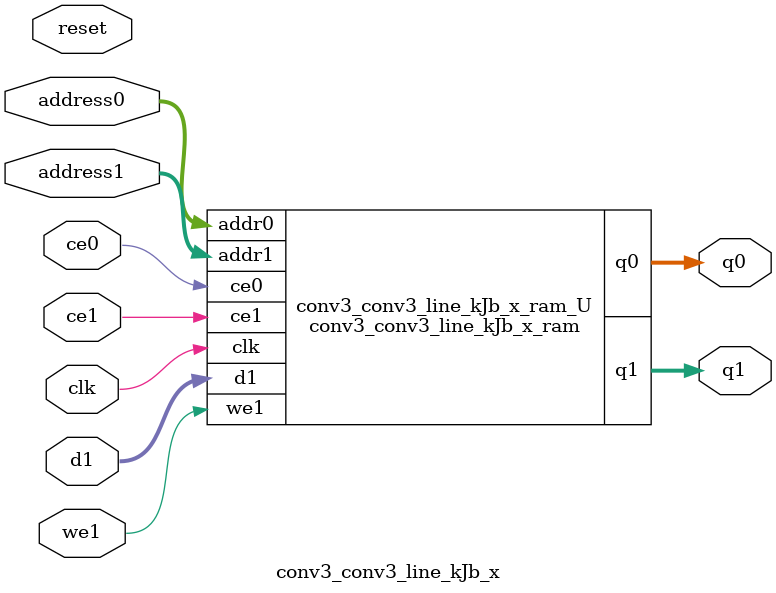
<source format=v>
`timescale 1 ns / 1 ps
module conv3_conv3_line_kJb_x_ram (addr0, ce0, q0, addr1, ce1, d1, we1, q1,  clk);

parameter DWIDTH = 5;
parameter AWIDTH = 7;
parameter MEM_SIZE = 82;

input[AWIDTH-1:0] addr0;
input ce0;
output reg[DWIDTH-1:0] q0;
input[AWIDTH-1:0] addr1;
input ce1;
input[DWIDTH-1:0] d1;
input we1;
output reg[DWIDTH-1:0] q1;
input clk;

(* ram_style = "distributed" *)reg [DWIDTH-1:0] ram[0:MEM_SIZE-1];




always @(posedge clk)  
begin 
    if (ce0) begin
        q0 <= ram[addr0];
    end
end


always @(posedge clk)  
begin 
    if (ce1) begin
        if (we1) 
            ram[addr1] <= d1; 
        q1 <= ram[addr1];
    end
end


endmodule

`timescale 1 ns / 1 ps
module conv3_conv3_line_kJb_x(
    reset,
    clk,
    address0,
    ce0,
    q0,
    address1,
    ce1,
    we1,
    d1,
    q1);

parameter DataWidth = 32'd5;
parameter AddressRange = 32'd82;
parameter AddressWidth = 32'd7;
input reset;
input clk;
input[AddressWidth - 1:0] address0;
input ce0;
output[DataWidth - 1:0] q0;
input[AddressWidth - 1:0] address1;
input ce1;
input we1;
input[DataWidth - 1:0] d1;
output[DataWidth - 1:0] q1;



conv3_conv3_line_kJb_x_ram conv3_conv3_line_kJb_x_ram_U(
    .clk( clk ),
    .addr0( address0 ),
    .ce0( ce0 ),
    .q0( q0 ),
    .addr1( address1 ),
    .ce1( ce1 ),
    .we1( we1 ),
    .d1( d1 ),
    .q1( q1 ));

endmodule


</source>
